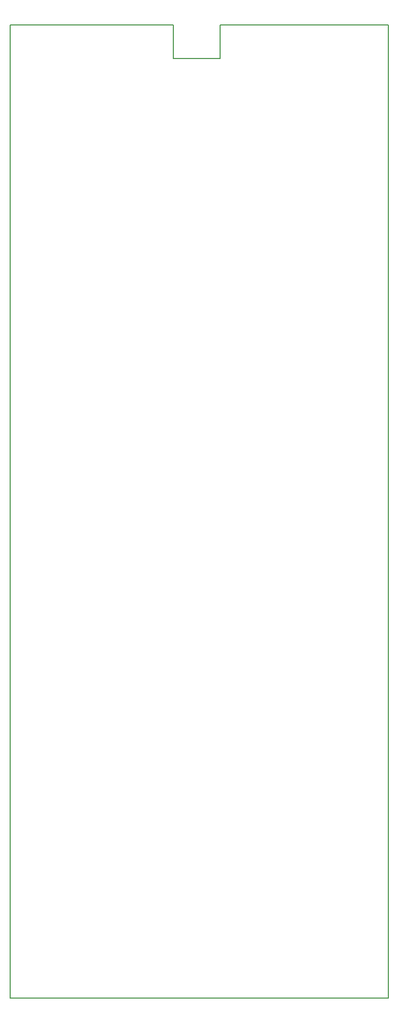
<source format=gbr>
G04 #@! TF.FileFunction,Profile,NP*
%FSLAX46Y46*%
G04 Gerber Fmt 4.6, Leading zero omitted, Abs format (unit mm)*
G04 Created by KiCad (PCBNEW (after 2015-mar-04 BZR unknown)-product) date 25.04.2015 20:58:03*
%MOMM*%
G01*
G04 APERTURE LIST*
%ADD10C,0.100000*%
%ADD11C,0.150000*%
G04 APERTURE END LIST*
D10*
D11*
X88000000Y-18500000D02*
X116000000Y-18500000D01*
X53000000Y-18500000D02*
X80200000Y-18500000D01*
X116000000Y-180500000D02*
X116000000Y-18500000D01*
X53000000Y-180500000D02*
X116000000Y-180500000D01*
X53000000Y-18500000D02*
X53000000Y-180500000D01*
X88000000Y-24100000D02*
X88000000Y-18500000D01*
X80200000Y-24100000D02*
X88000000Y-24100000D01*
X80200000Y-18500000D02*
X80200000Y-24100000D01*
M02*

</source>
